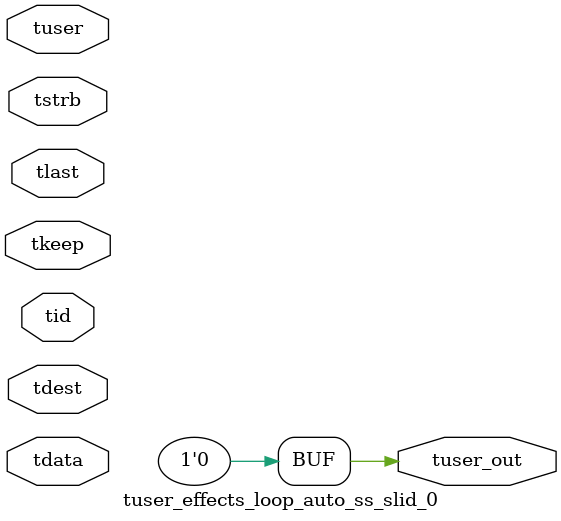
<source format=v>


`timescale 1ps/1ps

module tuser_effects_loop_auto_ss_slid_0 #
(
parameter C_S_AXIS_TUSER_WIDTH = 1,
parameter C_S_AXIS_TDATA_WIDTH = 32,
parameter C_S_AXIS_TID_WIDTH   = 0,
parameter C_S_AXIS_TDEST_WIDTH = 0,
parameter C_M_AXIS_TUSER_WIDTH = 1
)
(
input  [(C_S_AXIS_TUSER_WIDTH == 0 ? 1 : C_S_AXIS_TUSER_WIDTH)-1:0     ] tuser,
input  [(C_S_AXIS_TDATA_WIDTH == 0 ? 1 : C_S_AXIS_TDATA_WIDTH)-1:0     ] tdata,
input  [(C_S_AXIS_TID_WIDTH   == 0 ? 1 : C_S_AXIS_TID_WIDTH)-1:0       ] tid,
input  [(C_S_AXIS_TDEST_WIDTH == 0 ? 1 : C_S_AXIS_TDEST_WIDTH)-1:0     ] tdest,
input  [(C_S_AXIS_TDATA_WIDTH/8)-1:0 ] tkeep,
input  [(C_S_AXIS_TDATA_WIDTH/8)-1:0 ] tstrb,
input                                                                    tlast,
output [C_M_AXIS_TUSER_WIDTH-1:0] tuser_out
);

assign tuser_out = {1'b0};

endmodule


</source>
